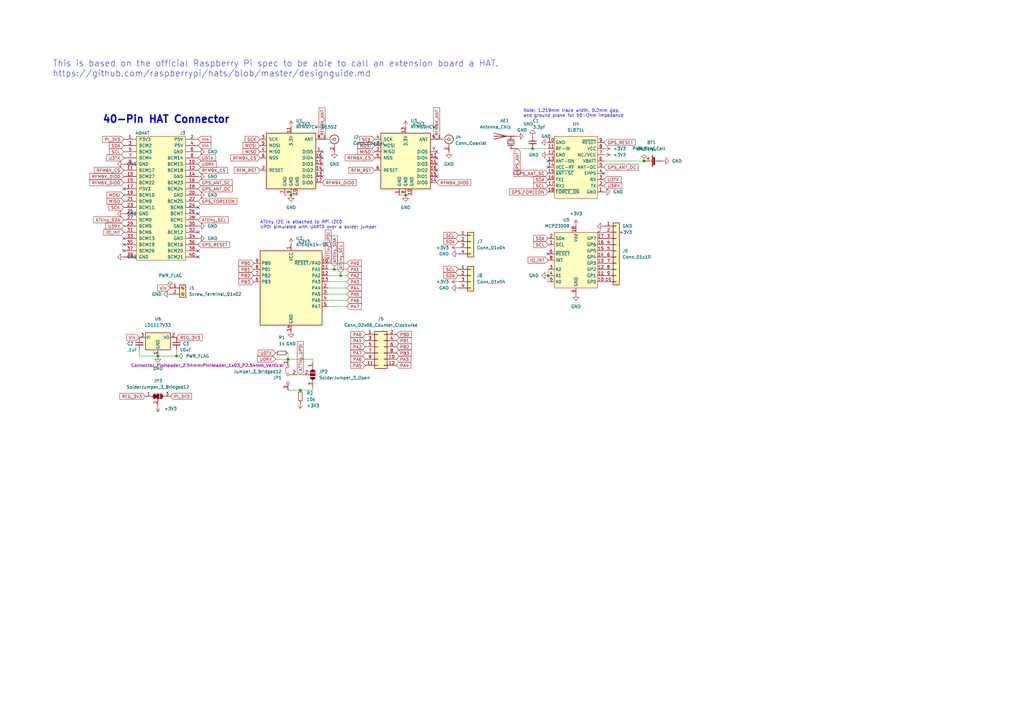
<source format=kicad_sch>
(kicad_sch (version 20211123) (generator eeschema)
  (paper "A3")
  (title_block (title "Raspberry Pi HAT") (rev "A"))
  (lib_symbols
    (symbol "Connector:Conn_Coaxial" (pin_names (offset 1.016) hide)
      (property "Reference" "J" (at 0.254 3.048 0))
      (property "Value" "Conn_Coaxial" (at 2.921 0 90))
      (symbol "Conn_Coaxial_0_1"
        (arc (start -1.778 -0.508) (mid 0.222 -1.808) (end 1.778 0) (stroke (width 0.254)))
        (polyline (pts (xy -2.54 0) (xy -0.508 0)))
        (polyline (pts (xy 0 -2.54) (xy 0 -1.778)))
        (circle (center 0 0) (radius 0.508) (stroke (width 0.2032)))
        (arc (start 1.778 0) (mid 0.222 1.8083) (end -1.778 0.508) (stroke (width 0.254)))
      )
      (symbol "Conn_Coaxial_1_1"
        (pin passive line (at -5.08 0 0) (length 2.54) (name "In") (number "1"))
        (pin passive line (at 0 -5.08 90) (length 2.54) (name "Ext") (number "2"))
      )
    )
    (symbol "Connector:Screw_Terminal_01x02" (pin_names (offset 1.016) hide)
      (property "Reference" "J" (at 0 2.54 0))
      (property "Value" "Screw_Terminal_01x02" (at 0 -5.08 0))
      (symbol "Screw_Terminal_01x02_1_1"
        (rectangle (start -1.27 1.27) (end 1.27 -3.81) (stroke (width 0.254)) (fill (type background)))
        (circle (center 0 -2.54) (radius 0.635) (stroke (width 0.1524)))
        (polyline (pts (xy -0.5334 -2.2098) (xy 0.3302 -3.048)) (stroke (width 0.1524)))
        (polyline (pts (xy -0.5334 0.3302) (xy 0.3302 -0.508)) (stroke (width 0.1524)))
        (polyline (pts (xy -0.3556 -2.032) (xy 0.508 -2.8702)) (stroke (width 0.1524)))
        (polyline (pts (xy -0.3556 0.508) (xy 0.508 -0.3302)) (stroke (width 0.1524)))
        (circle (center 0 0) (radius 0.635) (stroke (width 0.1524)))
        (pin passive line (at -5.08 0 0) (length 3.81) (name "Pin_1") (number "1"))
        (pin passive line (at -5.08 -2.54 0) (length 3.81) (name "Pin_2") (number "2"))
      )
    )
    (symbol "Connector_Generic:Conn_01x04" (pin_names (offset 1.016) hide)
      (property "Reference" "J" (at 0 5.08 0))
      (property "Value" "Conn_01x04" (at 0 -7.62 0))
      (symbol "Conn_01x04_1_1"
        (rectangle (start -1.27 -4.953) (end 0 -5.207) (stroke (width 0.1524)))
        (rectangle (start -1.27 -2.413) (end 0 -2.667) (stroke (width 0.1524)))
        (rectangle (start -1.27 0.127) (end 0 -0.127) (stroke (width 0.1524)))
        (rectangle (start -1.27 2.667) (end 0 2.413) (stroke (width 0.1524)))
        (rectangle (start -1.27 3.81) (end 1.27 -6.35) (stroke (width 0.254)) (fill (type background)))
        (pin passive line (at -5.08 2.54 0) (length 3.81) (name "Pin_1") (number "1"))
        (pin passive line (at -5.08 0 0) (length 3.81) (name "Pin_2") (number "2"))
        (pin passive line (at -5.08 -2.54 0) (length 3.81) (name "Pin_3") (number "3"))
        (pin passive line (at -5.08 -5.08 0) (length 3.81) (name "Pin_4") (number "4"))
      )
    )
    (symbol "Connector_Generic:Conn_01x10" (pin_names (offset 1.016) hide)
      (property "Reference" "J" (at 0 12.7 0))
      (property "Value" "Conn_01x10" (at 0 -15.24 0))
      (symbol "Conn_01x10_1_1"
        (rectangle (start -1.27 -12.573) (end 0 -12.827) (stroke (width 0.1524)))
        (rectangle (start -1.27 -10.033) (end 0 -10.287) (stroke (width 0.1524)))
        (rectangle (start -1.27 -7.493) (end 0 -7.747) (stroke (width 0.1524)))
        (rectangle (start -1.27 -4.953) (end 0 -5.207) (stroke (width 0.1524)))
        (rectangle (start -1.27 -2.413) (end 0 -2.667) (stroke (width 0.1524)))
        (rectangle (start -1.27 0.127) (end 0 -0.127) (stroke (width 0.1524)))
        (rectangle (start -1.27 2.667) (end 0 2.413) (stroke (width 0.1524)))
        (rectangle (start -1.27 5.207) (end 0 4.953) (stroke (width 0.1524)))
        (rectangle (start -1.27 7.747) (end 0 7.493) (stroke (width 0.1524)))
        (rectangle (start -1.27 10.287) (end 0 10.033) (stroke (width 0.1524)))
        (rectangle (start -1.27 11.43) (end 1.27 -13.97) (stroke (width 0.254)) (fill (type background)))
        (pin passive line (at -5.08 10.16 0) (length 3.81) (name "Pin_1") (number "1"))
        (pin passive line (at -5.08 -12.7 0) (length 3.81) (name "Pin_10") (number "10"))
        (pin passive line (at -5.08 7.62 0) (length 3.81) (name "Pin_2") (number "2"))
        (pin passive line (at -5.08 5.08 0) (length 3.81) (name "Pin_3") (number "3"))
        (pin passive line (at -5.08 2.54 0) (length 3.81) (name "Pin_4") (number "4"))
        (pin passive line (at -5.08 0 0) (length 3.81) (name "Pin_5") (number "5"))
        (pin passive line (at -5.08 -2.54 0) (length 3.81) (name "Pin_6") (number "6"))
        (pin passive line (at -5.08 -5.08 0) (length 3.81) (name "Pin_7") (number "7"))
        (pin passive line (at -5.08 -7.62 0) (length 3.81) (name "Pin_8") (number "8"))
        (pin passive line (at -5.08 -10.16 0) (length 3.81) (name "Pin_9") (number "9"))
      )
    )
    (symbol "Connector_Generic:Conn_02x06_Odd_Even" (pin_names (offset 1.016) hide)
      (property "Reference" "J" (at 1.27 7.62 0))
      (property "Value" "Conn_02x06_Odd_Even" (at 1.27 -10.16 0))
      (symbol "Conn_02x06_Odd_Even_1_1"
        (rectangle (start -1.27 -7.493) (end 0 -7.747) (stroke (width 0.1524)))
        (rectangle (start -1.27 -4.953) (end 0 -5.207) (stroke (width 0.1524)))
        (rectangle (start -1.27 -2.413) (end 0 -2.667) (stroke (width 0.1524)))
        (rectangle (start -1.27 0.127) (end 0 -0.127) (stroke (width 0.1524)))
        (rectangle (start -1.27 2.667) (end 0 2.413) (stroke (width 0.1524)))
        (rectangle (start -1.27 5.207) (end 0 4.953) (stroke (width 0.1524)))
        (rectangle (start -1.27 6.35) (end 3.81 -8.89) (stroke (width 0.254)) (fill (type background)))
        (rectangle (start 3.81 -7.493) (end 2.54 -7.747) (stroke (width 0.1524)))
        (rectangle (start 3.81 -4.953) (end 2.54 -5.207) (stroke (width 0.1524)))
        (rectangle (start 3.81 -2.413) (end 2.54 -2.667) (stroke (width 0.1524)))
        (rectangle (start 3.81 0.127) (end 2.54 -0.127) (stroke (width 0.1524)))
        (rectangle (start 3.81 2.667) (end 2.54 2.413) (stroke (width 0.1524)))
        (rectangle (start 3.81 5.207) (end 2.54 4.953) (stroke (width 0.1524)))
        (pin passive line (at -5.08 5.08 0) (length 3.81) (name "Pin_1") (number "1"))
        (pin passive line (at 7.62 -5.08 180) (length 3.81) (name "Pin_10") (number "10"))
        (pin passive line (at -5.08 -7.62 0) (length 3.81) (name "Pin_11") (number "11"))
        (pin passive line (at 7.62 -7.62 180) (length 3.81) (name "Pin_12") (number "12"))
        (pin passive line (at 7.62 5.08 180) (length 3.81) (name "Pin_2") (number "2"))
        (pin passive line (at -5.08 2.54 0) (length 3.81) (name "Pin_3") (number "3"))
        (pin passive line (at 7.62 2.54 180) (length 3.81) (name "Pin_4") (number "4"))
        (pin passive line (at -5.08 0 0) (length 3.81) (name "Pin_5") (number "5"))
        (pin passive line (at 7.62 0 180) (length 3.81) (name "Pin_6") (number "6"))
        (pin passive line (at -5.08 -2.54 0) (length 3.81) (name "Pin_7") (number "7"))
        (pin passive line (at 7.62 -2.54 180) (length 3.81) (name "Pin_8") (number "8"))
        (pin passive line (at -5.08 -5.08 0) (length 3.81) (name "Pin_9") (number "9"))
      )
    )
    (symbol "Device:Antenna_Chip" (pin_numbers hide) (pin_names (offset 1.016) hide)
      (property "Reference" "AE" (at 0 5.08 0))
      (property "Value" "Antenna_Chip" (at 0 3.175 0))
      (symbol "Antenna_Chip_0_1"
        (polyline (pts (xy -2.54 0) (xy -2.54 -0.635)) (stroke (width 0.254)))
        (polyline (pts (xy -2.54 0) (xy -1.27 0)) (stroke (width 0.254)))
        (polyline (pts (xy 1.27 0) (xy 2.54 0)) (stroke (width 0.254)))
        (polyline (pts (xy 1.27 1.27) (xy 1.27 -1.27)) (stroke (width 0.254)))
        (polyline (pts (xy 2.54 -0.635) (xy 2.54 0)))
        (polyline (pts (xy 2.54 6.985) (xy 2.54 -1.905)) (stroke (width 0.254)))
        (polyline (pts (xy -1.27 1.27) (xy -1.27 -1.27) (xy -1.27 0)) (stroke (width 0.254)))
        (polyline (pts (xy 3.81 6.985) (xy 2.54 1.905) (xy 1.27 6.985)) (stroke (width 0.254)))
        (polyline (pts (xy -0.635 1.27) (xy 0.635 1.27) (xy 0.635 -1.27) (xy -0.635 -1.27) (xy -0.635 1.27)) (stroke (width 0.254)))
      )
      (symbol "Antenna_Chip_1_1"
        (pin input line (at -2.54 -2.54 90) (length 2.54) (name "FEED") (number "1"))
        (pin passive line (at 2.54 -2.54 90) (length 2.54) (name "PCB_Trace") (number "2"))
      )
    )
    (symbol "Device:Battery_Cell" (pin_numbers hide) (pin_names (offset 0) hide)
      (property "Reference" "BT" (at 2.54 2.54 0))
      (property "Value" "Battery_Cell" (at 2.54 0 0))
      (symbol "Battery_Cell_0_1"
        (rectangle (start -2.286 1.778) (end 2.286 1.524) (fill (type outline)))
        (rectangle (start -1.5748 1.1938) (end 1.4732 0.6858) (fill (type outline)))
        (polyline (pts (xy 0 0.762) (xy 0 0)))
        (polyline (pts (xy 0 1.778) (xy 0 2.54)))
        (polyline (pts (xy 0.508 3.429) (xy 1.524 3.429)) (stroke (width 0.254)))
        (polyline (pts (xy 1.016 3.937) (xy 1.016 2.921)) (stroke (width 0.254)))
      )
      (symbol "Battery_Cell_1_1"
        (pin passive line (at 0 5.08 270) (length 2.54) (name "+") (number "1"))
        (pin passive line (at 0 -2.54 90) (length 2.54) (name "-") (number "2"))
      )
    )
    (symbol "Device:C_Small" (pin_numbers hide) (pin_names (offset 0.254) hide)
      (property "Reference" "C" (at 0.254 1.778 0))
      (property "Value" "C_Small" (at 0.254 -2.032 0))
      (symbol "C_Small_0_1"
        (polyline (pts (xy -1.524 -0.508) (xy 1.524 -0.508)) (stroke (width 0.3302)))
        (polyline (pts (xy -1.524 0.508) (xy 1.524 0.508)) (stroke (width 0.3048)))
      )
      (symbol "C_Small_1_1"
        (pin passive line (at 0 2.54 270) (length 2.032) (name "~") (number "1"))
        (pin passive line (at 0 -2.54 90) (length 2.032) (name "~") (number "2"))
      )
    )
    (symbol "Device:R_Small" (pin_numbers hide) (pin_names (offset 0.254) hide)
      (property "Reference" "R" (at 0.762 0.508 0))
      (property "Value" "R_Small" (at 0.762 -1.016 0))
      (symbol "R_Small_0_1"
        (rectangle (start -0.762 1.778) (end 0.762 -1.778) (stroke (width 0.2032)))
      )
      (symbol "R_Small_1_1"
        (pin passive line (at 0 2.54 270) (length 0.762) (name "~") (number "1"))
        (pin passive line (at 0 -2.54 90) (length 0.762) (name "~") (number "2"))
      )
    )
    (symbol "Jumper:Jumper_3_Bridged12" (pin_names (offset 0) hide)
      (property "Reference" "JP" (at -2.54 -2.54 0))
      (property "Value" "Jumper_3_Bridged12" (at 0 2.794 0))
      (symbol "Jumper_3_Bridged12_0_0"
        (circle (center -3.302 0) (radius 0.508))
        (circle (center 0 0) (radius 0.508))
        (circle (center 3.302 0) (radius 0.508))
      )
      (symbol "Jumper_3_Bridged12_0_1"
        (arc (start -0.254 0.508) (mid -1.651 0.9912) (end -3.048 0.508))
        (polyline (pts (xy 0 -1.27) (xy 0 -0.508)))
      )
      (symbol "Jumper_3_Bridged12_1_1"
        (pin passive line (at -6.35 0 0) (length 2.54) (name "A") (number "1"))
        (pin passive line (at 0 -3.81 90) (length 2.54) (name "C") (number "2"))
        (pin passive line (at 6.35 0 180) (length 2.54) (name "B") (number "3"))
      )
    )
    (symbol "Jumper:SolderJumper_3_Bridged12" (pin_names (offset 0) hide)
      (property "Reference" "JP" (at -2.54 -2.54 0))
      (property "Value" "SolderJumper_3_Bridged12" (at 0 2.794 0))
      (symbol "SolderJumper_3_Bridged12_0_1"
        (rectangle (start -1.016 0.508) (end -0.508 -0.508) (fill (type outline)))
        (arc (start -1.016 1.016) (mid -2.032 0) (end -1.016 -1.016))
        (arc (start -1.016 1.016) (mid -2.032 0) (end -1.016 -1.016) (fill (type outline)))
        (rectangle (start -0.508 1.016) (end 0.508 -1.016) (fill (type outline)))
        (polyline (pts (xy -2.54 0) (xy -2.032 0)))
        (polyline (pts (xy -1.016 1.016) (xy -1.016 -1.016)))
        (polyline (pts (xy 0 -1.27) (xy 0 -1.016)))
        (polyline (pts (xy 1.016 1.016) (xy 1.016 -1.016)))
        (polyline (pts (xy 2.54 0) (xy 2.032 0)))
        (arc (start 1.016 -1.016) (mid 2.032 0) (end 1.016 1.016))
        (arc (start 1.016 -1.016) (mid 2.032 0) (end 1.016 1.016) (fill (type outline)))
      )
      (symbol "SolderJumper_3_Bridged12_1_1"
        (pin passive line (at -5.08 0 0) (length 2.54) (name "A") (number "1"))
        (pin passive line (at 0 -3.81 90) (length 2.54) (name "C") (number "2"))
        (pin passive line (at 5.08 0 180) (length 2.54) (name "B") (number "3"))
      )
    )
    (symbol "Jumper:SolderJumper_3_Open" (pin_names (offset 0) hide)
      (property "Reference" "JP" (at -2.54 -2.54 0))
      (property "Value" "SolderJumper_3_Open" (at 0 2.794 0))
      (symbol "SolderJumper_3_Open_0_1"
        (arc (start -1.016 1.016) (mid -2.032 0) (end -1.016 -1.016))
        (arc (start -1.016 1.016) (mid -2.032 0) (end -1.016 -1.016) (fill (type outline)))
        (rectangle (start -0.508 1.016) (end 0.508 -1.016) (fill (type outline)))
        (polyline (pts (xy -2.54 0) (xy -2.032 0)))
        (polyline (pts (xy -1.016 1.016) (xy -1.016 -1.016)))
        (polyline (pts (xy 0 -1.27) (xy 0 -1.016)))
        (polyline (pts (xy 1.016 1.016) (xy 1.016 -1.016)))
        (polyline (pts (xy 2.54 0) (xy 2.032 0)))
        (arc (start 1.016 -1.016) (mid 2.032 0) (end 1.016 1.016))
        (arc (start 1.016 -1.016) (mid 2.032 0) (end 1.016 1.016) (fill (type outline)))
      )
      (symbol "SolderJumper_3_Open_1_1"
        (pin passive line (at -5.08 0 0) (length 2.54) (name "A") (number "1"))
        (pin passive line (at 0 -3.81 90) (length 2.54) (name "C") (number "2"))
        (pin passive line (at 5.08 0 180) (length 2.54) (name "B") (number "3"))
      )
    )
    (symbol "MCU_Microchip_ATtiny:ATtiny414-SS"
      (property "Reference" "U" (at -12.7 16.51 0))
      (property "Value" "ATtiny414-SS" (at 2.54 -16.51 0))
      (symbol "ATtiny414-SS_0_1"
        (rectangle (start -12.7 -15.24) (end 12.7 15.24) (stroke (width 0.254)) (fill (type background)))
      )
      (symbol "ATtiny414-SS_1_1"
        (pin power_in line (at 0 17.78 270) (length 2.54) (name "VCC") (number "1"))
        (pin bidirectional line (at 15.24 10.16 180) (length 2.54) (name "~{RESET}/PA0") (number "10"))
        (pin bidirectional line (at 15.24 7.62 180) (length 2.54) (name "PA1") (number "11"))
        (pin bidirectional line (at 15.24 5.08 180) (length 2.54) (name "PA2") (number "12"))
        (pin bidirectional line (at 15.24 2.54 180) (length 2.54) (name "PA3") (number "13"))
        (pin power_in line (at 0 -17.78 90) (length 2.54) (name "GND") (number "14"))
        (pin bidirectional line (at 15.24 0 180) (length 2.54) (name "PA4") (number "2"))
        (pin bidirectional line (at 15.24 -2.54 180) (length 2.54) (name "PA5") (number "3"))
        (pin bidirectional line (at 15.24 -5.08 180) (length 2.54) (name "PA6") (number "4"))
        (pin bidirectional line (at 15.24 -7.62 180) (length 2.54) (name "PA7") (number "5"))
        (pin bidirectional line (at -15.24 2.54 0) (length 2.54) (name "PB3") (number "6"))
        (pin bidirectional line (at -15.24 5.08 0) (length 2.54) (name "PB2") (number "7"))
        (pin bidirectional line (at -15.24 7.62 0) (length 2.54) (name "PB1") (number "8"))
        (pin bidirectional line (at -15.24 10.16 0) (length 2.54) (name "PB0") (number "9"))
      )
    )
    (symbol "RF_Module:RFM69HCW" (pin_names (offset 1.016))
      (property "Reference" "U" (at -10.414 11.684 0))
      (property "Value" "RFM69HCW" (at 1.524 11.43 0))
      (symbol "RFM69HCW_0_1"
        (rectangle (start -10.16 10.16) (end 10.16 -12.7) (stroke (width 0.254)) (fill (type background)))
      )
      (symbol "RFM69HCW_1_1"
        (pin power_in line (at -2.54 -15.24 90) (length 2.54) (name "GND") (number "1"))
        (pin power_in line (at 2.54 -15.24 90) (length 2.54) (name "GND") (number "10"))
        (pin bidirectional line (at 12.7 -2.54 180) (length 2.54) (name "DIO3") (number "11"))
        (pin bidirectional line (at 12.7 0 180) (length 2.54) (name "DIO4") (number "12"))
        (pin power_in line (at 0 12.7 270) (length 2.54) (name "3.3V") (number "13"))
        (pin bidirectional line (at 12.7 -10.16 180) (length 2.54) (name "DIO0") (number "14"))
        (pin bidirectional line (at 12.7 -7.62 180) (length 2.54) (name "DIO1") (number "15"))
        (pin bidirectional line (at 12.7 -5.08 180) (length 2.54) (name "DIO2") (number "16"))
        (pin output line (at -12.7 2.54 0) (length 2.54) (name "MISO") (number "2"))
        (pin input line (at -12.7 5.08 0) (length 2.54) (name "MOSI") (number "3"))
        (pin input line (at -12.7 7.62 0) (length 2.54) (name "SCK") (number "4"))
        (pin input line (at -12.7 0 0) (length 2.54) (name "NSS") (number "5"))
        (pin bidirectional line (at -12.7 -5.08 0) (length 2.54) (name "RESET") (number "6"))
        (pin bidirectional line (at 12.7 2.54 180) (length 2.54) (name "DIO5") (number "7"))
        (pin power_in line (at 0 -15.24 90) (length 2.54) (name "GND") (number "8"))
        (pin bidirectional line (at 12.7 7.62 180) (length 2.54) (name "ANT") (number "9"))
      )
    )
    (symbol "RocketTracker-SparkFun:LD1117V33" (pin_names (offset 0.254))
      (property "Reference" "U" (at -3.81 3.175 0))
      (property "Value" "LD1117V33" (at 0 3.175 0))
      (symbol "LD1117V33_0_1"
        (rectangle (start -5.08 1.905) (end 5.08 -5.08) (stroke (width 0.254)) (fill (type background)))
      )
      (symbol "LD1117V33_1_1"
        (pin input line (at 0 -7.62 90) (length 2.54) (name "GND") (number "1"))
        (pin power_out line (at 7.62 0 180) (length 2.54) (name "VO") (number "2"))
        (pin power_in line (at -7.62 0 0) (length 2.54) (name "VI") (number "3"))
      )
    )
    (symbol "RocketTracker_Symbols:RFM97CW-915S2" (pin_names (offset 1.016))
      (property "Reference" "U?" (at 2.0194 15.875 0))
      (property "Value" "RFM97CW-915S2" (at 2.0194 13.335 0))
      (symbol "RFM97CW-915S2_0_1"
        (rectangle (start -10.16 10.16) (end 10.16 -12.7) (stroke (width 0.254)) (fill (type background)))
      )
      (symbol "RFM97CW-915S2_1_1"
        (pin bidirectional line (at 12.7 2.54 180) (length 2.54) (name "DIO5") (number "1"))
        (pin power_in line (at 2.54 -15.24 90) (length 2.54) (name "GND") (number "10"))
        (pin power_in line (at 0 12.7 270) (length 2.54) (name "3.3V") (number "11"))
        (pin bidirectional line (at 12.7 -10.16 180) (length 2.54) (name "DIO0") (number "12"))
        (pin bidirectional line (at 12.7 -7.62 180) (length 2.54) (name "DIO1") (number "13"))
        (pin bidirectional line (at 12.7 -5.08 180) (length 2.54) (name "DIO2") (number "14"))
        (pin bidirectional line (at 12.7 -2.54 180) (length 2.54) (name "DIO3") (number "15"))
        (pin bidirectional line (at 12.7 0 180) (length 2.54) (name "DIO4") (number "16"))
        (pin bidirectional line (at -12.7 -5.08 0) (length 2.54) (name "RESET") (number "2"))
        (pin input line (at -12.7 7.62 0) (length 2.54) (name "SCK") (number "3"))
        (pin passive line (at -12.7 2.54 0) (length 2.54) (name "MISO") (number "4"))
        (pin input line (at -12.7 5.08 0) (length 2.54) (name "MOSI") (number "5"))
        (pin input line (at -12.7 0 0) (length 2.54) (name "NSS") (number "6"))
        (pin power_in line (at -2.54 -15.24 90) (length 2.54) (name "GND") (number "7"))
        (pin bidirectional line (at 12.7 7.62 180) (length 2.54) (name "ANT") (number "8"))
        (pin power_in line (at 0 -15.24 90) (length 2.54) (name "GND") (number "9"))
      )
    )
    (symbol "SL871:MCP23008"
      (property "Reference" "U" (at 0 0 0))
      (property "Value" "MCP23008" (at 0 0 0))
      (symbol "MCP23008_0_0"
        (pin no_connect line (at 2.54 -15.24 90) (length 2.54) hide (name "NC") (number "7"))
      )
      (symbol "MCP23008_0_1"
        (rectangle (start -8.89 10.16) (end 8.89 -12.7) (fill (type background)))
      )
      (symbol "MCP23008_1_1"
        (pin input line (at -11.43 5.08 0) (length 2.54) (name "SCL") (number "1"))
        (pin bidirectional line (at 11.43 -10.16 180) (length 2.54) (name "GP0") (number "10"))
        (pin bidirectional line (at 11.43 -7.62 180) (length 2.54) (name "GP1") (number "11"))
        (pin bidirectional line (at 11.43 -5.08 180) (length 2.54) (name "GP2") (number "12"))
        (pin bidirectional line (at 11.43 -2.54 180) (length 2.54) (name "GP3") (number "13"))
        (pin bidirectional line (at 11.43 0 180) (length 2.54) (name "GP4") (number "14"))
        (pin bidirectional line (at 11.43 2.54 180) (length 2.54) (name "GP5") (number "15"))
        (pin bidirectional line (at 11.43 5.08 180) (length 2.54) (name "GP6") (number "16"))
        (pin bidirectional line (at 11.43 7.62 180) (length 2.54) (name "GP7") (number "17"))
        (pin power_in line (at 0 12.7 270) (length 2.54) (name "Vdd") (number "18"))
        (pin bidirectional line (at -11.43 7.62 0) (length 2.54) (name "SDA") (number "2"))
        (pin input line (at -11.43 -5.08 0) (length 2.54) (name "A2") (number "3"))
        (pin input line (at -11.43 -7.62 0) (length 2.54) (name "A1") (number "4"))
        (pin input line (at -11.43 -10.16 0) (length 2.54) (name "A0") (number "5"))
        (pin input line (at -11.43 1.27 0) (length 2.54) (name "~{RESET}") (number "6"))
        (pin output line (at -11.43 -1.27 0) (length 2.54) (name "INT") (number "8"))
        (pin power_in line (at 0 -15.24 90) (length 2.54) (name "GND") (number "9"))
      )
    )
    (symbol "SL871:OX40HAT" (pin_names (offset 1.016))
      (property "Reference" "J3" (at 8.89 2.54 0))
      (property "Value" "40HAT" (at -7.62 2.54 0))
      (symbol "OX40HAT_0_1"
        (rectangle (start -10.16 1.27) (end 10.16 -49.53) (fill (type background)))
      )
      (symbol "OX40HAT_1_1"
        (pin power_out line (at -15.24 0 0) (length 5.08) (name "P3V3") (number "1"))
        (pin bidirectional line (at 15.24 -10.16 180) (length 5.08) (name "BCM15") (number "10"))
        (pin bidirectional line (at -15.24 -12.7 0) (length 5.08) (name "BCM17") (number "11"))
        (pin bidirectional line (at 15.24 -12.7 180) (length 5.08) (name "BCM18") (number "12"))
        (pin bidirectional line (at -15.24 -15.24 0) (length 5.08) (name "BCM27") (number "13"))
        (pin passive line (at 15.24 -15.24 180) (length 5.08) (name "GND") (number "14"))
        (pin bidirectional line (at -15.24 -17.78 0) (length 5.08) (name "BCM22") (number "15"))
        (pin bidirectional line (at 15.24 -17.78 180) (length 5.08) (name "BCM23") (number "16"))
        (pin power_out line (at -15.24 -20.32 0) (length 5.08) (name "P3V3") (number "17"))
        (pin bidirectional line (at 15.24 -20.32 180) (length 5.08) (name "BCM24") (number "18"))
        (pin output line (at -15.24 -22.86 0) (length 5.08) (name "BCM10") (number "19"))
        (pin power_in line (at 15.24 0 180) (length 5.08) (name "P5V") (number "2"))
        (pin passive line (at 15.24 -22.86 180) (length 5.08) (name "GND") (number "20"))
        (pin input line (at -15.24 -25.4 0) (length 5.08) (name "BCM9") (number "21"))
        (pin bidirectional line (at 15.24 -25.4 180) (length 5.08) (name "BCM25") (number "22"))
        (pin bidirectional line (at -15.24 -27.94 0) (length 5.08) (name "BCM11") (number "23"))
        (pin bidirectional line (at 15.24 -27.94 180) (length 5.08) (name "BCM8") (number "24"))
        (pin passive line (at -15.24 -30.48 0) (length 5.08) (name "GND") (number "25"))
        (pin bidirectional line (at 15.24 -30.48 180) (length 5.08) (name "BCM7") (number "26"))
        (pin bidirectional line (at -15.24 -33.02 0) (length 5.08) (name "BCM0") (number "27"))
        (pin bidirectional line (at 15.24 -33.02 180) (length 5.08) (name "BCM1") (number "28"))
        (pin bidirectional line (at -15.24 -35.56 0) (length 5.08) (name "BCM5") (number "29"))
        (pin bidirectional line (at -15.24 -2.54 0) (length 5.08) (name "BCM2") (number "3"))
        (pin passive line (at 15.24 -35.56 180) (length 5.08) (name "GND") (number "30"))
        (pin bidirectional line (at -15.24 -38.1 0) (length 5.08) (name "BCM6") (number "31"))
        (pin bidirectional line (at 15.24 -38.1 180) (length 5.08) (name "BCM12") (number "32"))
        (pin bidirectional line (at -15.24 -40.64 0) (length 5.08) (name "BCM13") (number "33"))
        (pin passive line (at 15.24 -40.64 180) (length 5.08) (name "GND") (number "34"))
        (pin bidirectional line (at -15.24 -43.18 0) (length 5.08) (name "BCM19") (number "35"))
        (pin bidirectional line (at 15.24 -43.18 180) (length 5.08) (name "BCM16") (number "36"))
        (pin bidirectional line (at -15.24 -45.72 0) (length 5.08) (name "BCM26") (number "37"))
        (pin bidirectional line (at 15.24 -45.72 180) (length 5.08) (name "BCM20") (number "38"))
        (pin passive line (at -15.24 -48.26 0) (length 5.08) (name "GND") (number "39"))
        (pin power_in line (at 15.24 -2.54 180) (length 5.08) (name "P5V") (number "4"))
        (pin bidirectional line (at 15.24 -48.26 180) (length 5.08) (name "BCM21") (number "40"))
        (pin bidirectional line (at -15.24 -5.08 0) (length 5.08) (name "BCM3") (number "5"))
        (pin passive line (at 15.24 -5.08 180) (length 5.08) (name "GND") (number "6"))
        (pin bidirectional line (at -15.24 -7.62 0) (length 5.08) (name "BCM4") (number "7"))
        (pin bidirectional line (at 15.24 -7.62 180) (length 5.08) (name "BCM14") (number "8"))
        (pin passive line (at -15.24 -10.16 0) (length 5.08) (name "GND") (number "9"))
      )
    )
    (symbol "SL871:SL871L"
      (property "Reference" "U4" (at 0 17.78 0))
      (property "Value" "SL871L" (at 0 15.24 0))
      (symbol "SL871L_0_1"
        (rectangle (start -8.89 12.7) (end 8.89 -12.7) (fill (type background)))
      )
      (symbol "SL871L_1_1"
        (pin power_in line (at 11.43 -10.16 180) (length 2.54) (name "GND") (number "1"))
        (pin power_in line (at -11.43 10.16 0) (length 2.54) (name "GND") (number "10"))
        (pin passive line (at -11.43 7.62 0) (length 2.54) (name "RF-IN") (number "11"))
        (pin power_in line (at -11.43 5.08 0) (length 2.54) (name "GND") (number "12"))
        (pin output line (at -11.43 2.54 0) (length 2.54) (name "ANT-ON") (number "13"))
        (pin power_in line (at -11.43 0 0) (length 2.54) (name "VCC-RF") (number "14"))
        (pin input line (at -11.43 -2.54 0) (length 2.54) (name "~{ANT-SC}") (number "15"))
        (pin output line (at -11.43 -5.08 0) (length 2.54) (name "TX1") (number "16"))
        (pin input line (at -11.43 -7.62 0) (length 2.54) (name "RX1") (number "17"))
        (pin output line (at -11.43 -10.16 0) (length 2.54) (name "~{FORCE_ON}") (number "18"))
        (pin output line (at 11.43 -7.62 180) (length 2.54) (name "TX") (number "2"))
        (pin input line (at 11.43 -5.08 180) (length 2.54) (name "RX") (number "3"))
        (pin output line (at 11.43 -2.54 180) (length 2.54) (name "1PPS") (number "4"))
        (pin input line (at 11.43 0 180) (length 2.54) (name "ANT-OC") (number "5"))
        (pin power_in line (at 11.43 2.54 180) (length 2.54) (name "VBATT") (number "6"))
        (pin power_in line (at 11.43 5.08 180) (length 2.54) (name "NC/VCC") (number "7"))
        (pin power_in line (at 11.43 7.62 180) (length 2.54) (name "VCC") (number "8"))
        (pin input line (at 11.43 10.16 180) (length 2.54) (name "~{RESET}") (number "9"))
      )
    )
    (symbol "power:+3.3V" (power) (pin_names (offset 0))
      (property "Value" "+3.3V" (at 0 3.556 0))
      (symbol "+3.3V_0_1"
        (polyline (pts (xy -0.762 1.27) (xy 0 2.54)))
        (polyline (pts (xy 0 0) (xy 0 2.54)))
        (polyline (pts (xy 0 2.54) (xy 0.762 1.27)))
      )
      (symbol "+3.3V_1_1"
        (pin power_in line (at 0 0 90) (length 0) hide (name "+3V3") (number "1"))
      )
    )
    (symbol "power:GND" (power) (pin_names (offset 0))
      (property "Value" "GND" (at 0 -3.81 0))
      (symbol "GND_0_1"
        (polyline (pts (xy 0 0) (xy 0 -1.27) (xy 1.27 -1.27) (xy 0 -2.54) (xy -1.27 -1.27) (xy 0 -1.27)))
      )
      (symbol "GND_1_1"
        (pin power_in line (at 0 0 270) (length 0) hide (name "GND") (number "1"))
      )
    )
    (symbol "power:PWR_FLAG" (power) (pin_numbers hide) (pin_names (offset 0) hide)
      (property "Value" "PWR_FLAG" (at 0 3.81 0))
      (symbol "PWR_FLAG_0_0"
        (pin power_out line (at 0 0 90) (length 0) (name "pwr") (number "1"))
      )
      (symbol "PWR_FLAG_0_1"
        (polyline (pts (xy 0 0) (xy 0 1.27) (xy -1.016 1.905) (xy 0 2.54) (xy 1.016 1.905) (xy 0 1.27)))
      )
    )
  )
  (junction (at 72.39 146.05))
  (junction (at 139.7 113.03))
  (junction (at 166.37 80.01))
  (junction (at 218.44 60.96))
  (junction (at 264.16 66.04))
  (junction (at 118.11 147.32))
  (junction (at 224.79 113.03))
  (junction (at 119.38 80.01))
  (junction (at 123.19 160.02))
  (junction (at 137.16 110.49))
  (junction (at 64.77 146.05))
  (no_connect (at 132.08 69.85))
  (no_connect (at 224.79 66.04))
  (no_connect (at 81.28 87.63))
  (no_connect (at 81.28 105.41))
  (no_connect (at 81.28 102.87))
  (no_connect (at 179.07 72.39))
  (no_connect (at 179.07 64.77))
  (no_connect (at 132.08 64.77))
  (no_connect (at 179.07 67.31))
  (no_connect (at 179.07 69.85))
  (no_connect (at 50.8 77.47))
  (no_connect (at 247.65 71.12))
  (no_connect (at 132.08 67.31))
  (no_connect (at 50.8 100.33))
  (no_connect (at 81.28 85.09))
  (no_connect (at 179.07 62.23))
  (no_connect (at 132.08 72.39))
  (no_connect (at 81.28 95.25))
  (no_connect (at 224.79 104.14))
  (no_connect (at 50.8 97.79))
  (no_connect (at 50.8 102.87))
  (no_connect (at 132.08 62.23))
  (no_connect (at 224.79 68.58))
  (wire (pts (xy 128.27 147.32) (xy 118.11 147.32)))
  (wire (pts (xy 123.19 160.02) (xy 128.27 160.02)))
  (wire (pts (xy 134.62 120.65) (xy 142.24 120.65)))
  (wire (pts (xy 218.44 60.96) (xy 224.79 60.96)))
  (wire (pts (xy 116.84 80.01) (xy 119.38 80.01)))
  (wire (pts (xy 57.15 146.05) (xy 57.15 143.51)))
  (wire (pts (xy 224.79 110.49) (xy 224.79 113.03)))
  (wire (pts (xy 113.03 147.32) (xy 118.11 147.32)))
  (wire (pts (xy 72.39 146.05) (xy 72.39 143.51)))
  (wire (pts (xy 64.77 146.05) (xy 57.15 146.05)))
  (wire (pts (xy 139.7 111.76) (xy 139.7 113.03)))
  (wire (pts (xy 139.7 113.03) (xy 134.62 113.03)))
  (wire (pts (xy 118.11 144.78) (xy 118.11 147.32)))
  (wire (pts (xy 134.62 118.11) (xy 142.24 118.11)))
  (wire (pts (xy 134.62 107.95) (xy 142.24 107.95)))
  (wire (pts (xy 119.38 80.01) (xy 121.92 80.01)))
  (wire (pts (xy 123.19 160.02) (xy 118.11 160.02)))
  (wire (pts (xy 134.62 123.19) (xy 142.24 123.19)))
  (wire (pts (xy 212.09 60.96) (xy 218.44 60.96)))
  (wire (pts (xy 134.62 115.57) (xy 142.24 115.57)))
  (wire (pts (xy 128.27 148.59) (xy 128.27 147.32)))
  (wire (pts (xy 247.65 66.04) (xy 264.16 66.04)))
  (wire (pts (xy 134.62 125.73) (xy 142.24 125.73)))
  (wire (pts (xy 128.27 158.75) (xy 128.27 160.02)))
  (wire (pts (xy 137.16 110.49) (xy 142.24 110.49)))
  (wire (pts (xy 137.16 109.22) (xy 137.16 110.49)))
  (wire (pts (xy 121.92 153.67) (xy 124.46 153.67)))
  (wire (pts (xy 134.62 110.49) (xy 137.16 110.49)))
  (wire (pts (xy 163.83 80.01) (xy 166.37 80.01)))
  (wire (pts (xy 166.37 80.01) (xy 168.91 80.01)))
  (wire (pts (xy 224.79 113.03) (xy 224.79 115.57)))
  (wire (pts (xy 64.77 146.05) (xy 72.39 146.05)))
  (wire (pts (xy 139.7 113.03) (xy 142.24 113.03)))
  (text "This is based on the official Raspberry Pi spec to be able to call an extension board a HAT.\nhttps://github.com/raspberrypi/hats/blob/master/designguide.md" (at 21.59 31.75 0) (effects (font (size 2.54 2.54)) (justify left bottom)))
  (text "40-Pin HAT Connector" (at 41.91 50.8 0) (effects (font (size 2.9972 2.9972) (thickness 0.5994) bold) (justify left bottom)))
  (text "Note: 1.219mm trace width, 0.2mm gap, \nand ground plane for 50-Ohm impedance" (at 214.63 48.26 0) (effects (font (size 1.27 1.27)) (justify left bottom)))
  (text "ATtiny I2C is attached to RPi I2C0\nUPDI simulated with UART0 over a solder jumper" (at 106.68 93.98 0) (effects (font (size 1.27 1.27)) (justify left bottom)))
  (global_label "ATtiny_SCL" (shape input) (at 139.7 111.76 90) (property "Intersheet References" "${INTERSHEET_REFS}" (effects hide)))
  (global_label "RFM6X_ANT" (shape input) (at 179.07 57.15 90) (property "Intersheet References" "${INTERSHEET_REFS}" (effects hide)))
  (global_label "PA3" (shape input) (at 162.56 147.32 0) (property "Intersheet References" "${INTERSHEET_REFS}" (effects hide)))
  (global_label "SDA" (shape input) (at 50.8 59.69 180) (property "Intersheet References" "${INTERSHEET_REFS}" (effects hide)))
  (global_label "RFM6X_DIO0" (shape input) (at 179.07 74.93 0) (property "Intersheet References" "${INTERSHEET_REFS}" (effects hide)))
  (global_label "PB1" (shape input) (at 162.56 139.7 0) (property "Intersheet References" "${INTERSHEET_REFS}" (effects hide)))
  (global_label "ATTiny_UPDI" (shape input) (at 123.19 153.67 90) (property "Intersheet References" "${INTERSHEET_REFS}" (effects hide)))
  (global_label "U3TX" (shape input) (at 50.8 64.77 180) (property "Intersheet References" "${INTERSHEET_REFS}" (effects hide)))
  (global_label "GPS_RESET" (shape input) (at 81.28 100.33 0) (property "Intersheet References" "${INTERSHEET_REFS}" (effects hide)))
  (global_label "PB1" (shape input) (at 104.14 110.49 180) (property "Intersheet References" "${INTERSHEET_REFS}" (effects hide)))
  (global_label "PA0" (shape input) (at 149.86 137.16 180) (property "Intersheet References" "${INTERSHEET_REFS}" (effects hide)))
  (global_label "REG_3V3" (shape input) (at 59.69 162.56 180) (property "Intersheet References" "${INTERSHEET_REFS}" (effects hide)))
  (global_label "Vin" (shape input) (at 81.28 57.15 0) (property "Intersheet References" "${INTERSHEET_REFS}" (effects hide)))
  (global_label "GPS_ANT_OC" (shape input) (at 81.28 77.47 0) (property "Intersheet References" "${INTERSHEET_REFS}" (effects hide)))
  (global_label "U0TX" (shape input) (at 113.03 144.78 180) (property "Intersheet References" "${INTERSHEET_REFS}" (effects hide)))
  (global_label "RFM_RST" (shape input) (at 153.67 69.85 180) (property "Intersheet References" "${INTERSHEET_REFS}" (effects hide)))
  (global_label "PA4" (shape input) (at 142.24 118.11 0) (property "Intersheet References" "${INTERSHEET_REFS}" (effects hide)))
  (global_label "PB0" (shape input) (at 104.14 107.95 180) (property "Intersheet References" "${INTERSHEET_REFS}" (effects hide)))
  (global_label "MOSI" (shape input) (at 153.67 59.69 180) (property "Intersheet References" "${INTERSHEET_REFS}" (effects hide)))
  (global_label "GPS_ANT" (shape input) (at 212.09 60.96 270) (property "Intersheet References" "${INTERSHEET_REFS}" (effects hide)))
  (global_label "IO_INT" (shape input) (at 50.8 95.25 180) (property "Intersheet References" "${INTERSHEET_REFS}" (effects hide)))
  (global_label "ATtiny_SCL" (shape input) (at 81.28 90.17 0) (property "Intersheet References" "${INTERSHEET_REFS}" (effects hide)))
  (global_label "PA5" (shape input) (at 142.24 120.65 0) (property "Intersheet References" "${INTERSHEET_REFS}" (effects hide)))
  (global_label "RFM9X_CS" (shape input) (at 106.68 64.77 180) (property "Intersheet References" "${INTERSHEET_REFS}" (effects hide)))
  (global_label "PB2" (shape input) (at 104.14 113.03 180) (property "Intersheet References" "${INTERSHEET_REFS}" (effects hide)))
  (global_label "MOSI" (shape input) (at 106.68 59.69 180) (property "Intersheet References" "${INTERSHEET_REFS}" (effects hide)))
  (global_label "SCK" (shape input) (at 153.67 57.15 180) (property "Intersheet References" "${INTERSHEET_REFS}" (effects hide)))
  (global_label "PA7" (shape input) (at 142.24 125.73 0) (property "Intersheet References" "${INTERSHEET_REFS}" (effects hide)))
  (global_label "SCK" (shape input) (at 50.8 85.09 180) (property "Intersheet References" "${INTERSHEET_REFS}" (effects hide)))
  (global_label "Vin" (shape input) (at 81.28 59.69 0) (property "Intersheet References" "${INTERSHEET_REFS}" (effects hide)))
  (global_label "RFM9X_CS" (shape input) (at 81.28 69.85 0) (property "Intersheet References" "${INTERSHEET_REFS}" (effects hide)))
  (global_label "U0RX" (shape input) (at 81.28 67.31 0) (property "Intersheet References" "${INTERSHEET_REFS}" (effects hide)))
  (global_label "SCL" (shape input) (at 224.79 76.2 180) (property "Intersheet References" "${INTERSHEET_REFS}" (effects hide)))
  (global_label "RFM9X_ANT" (shape input) (at 132.08 57.15 90) (property "Intersheet References" "${INTERSHEET_REFS}" (effects hide)))
  (global_label "PA1" (shape input) (at 149.86 139.7 180) (property "Intersheet References" "${INTERSHEET_REFS}" (effects hide)))
  (global_label "GPS_FORCEON" (shape input) (at 224.79 78.74 180) (property "Intersheet References" "${INTERSHEET_REFS}" (effects hide)))
  (global_label "PA6" (shape input) (at 142.24 123.19 0) (property "Intersheet References" "${INTERSHEET_REFS}" (effects hide)))
  (global_label "MISO" (shape input) (at 106.68 62.23 180) (property "Intersheet References" "${INTERSHEET_REFS}" (effects hide)))
  (global_label "SCL" (shape input) (at 187.96 110.49 180) (property "Intersheet References" "${INTERSHEET_REFS}" (effects hide)))
  (global_label "PA7" (shape input) (at 149.86 144.78 180) (property "Intersheet References" "${INTERSHEET_REFS}" (effects hide)))
  (global_label "GPS_ANT_OC" (shape input) (at 247.65 68.58 0) (property "Intersheet References" "${INTERSHEET_REFS}" (effects hide)))
  (global_label "REG_3V3" (shape input) (at 72.39 138.43 0) (property "Intersheet References" "${INTERSHEET_REFS}" (effects hide)))
  (global_label "SDA" (shape input) (at 224.79 73.66 180) (property "Intersheet References" "${INTERSHEET_REFS}" (effects hide)))
  (global_label "RFM6X_CS" (shape input) (at 50.8 69.85 180) (property "Intersheet References" "${INTERSHEET_REFS}" (effects hide)))
  (global_label "PB2" (shape input) (at 162.56 142.24 0) (property "Intersheet References" "${INTERSHEET_REFS}" (effects hide)))
  (global_label "PI_3V3" (shape input) (at 50.8 57.15 180) (property "Intersheet References" "${INTERSHEET_REFS}" (effects hide)))
  (global_label "PB3" (shape input) (at 162.56 144.78 0) (property "Intersheet References" "${INTERSHEET_REFS}" (effects hide)))
  (global_label "SCK" (shape input) (at 106.68 57.15 180) (property "Intersheet References" "${INTERSHEET_REFS}" (effects hide)))
  (global_label "PI_3V3" (shape input) (at 69.85 162.56 0) (property "Intersheet References" "${INTERSHEET_REFS}" (effects hide)))
  (global_label "RFM9X_DIO0" (shape input) (at 132.08 74.93 0) (property "Intersheet References" "${INTERSHEET_REFS}" (effects hide)))
  (global_label "ATtiny_SDA" (shape input) (at 137.16 109.22 90) (property "Intersheet References" "${INTERSHEET_REFS}" (effects hide)))
  (global_label "SDA" (shape input) (at 187.96 99.06 180) (property "Intersheet References" "${INTERSHEET_REFS}" (effects hide)))
  (global_label "PA5" (shape input) (at 149.86 149.86 180) (property "Intersheet References" "${INTERSHEET_REFS}" (effects hide)))
  (global_label "ATTiny_UPDI" (shape input) (at 134.62 107.95 90) (property "Intersheet References" "${INTERSHEET_REFS}" (effects hide)))
  (global_label "RFM_RST" (shape input) (at 106.68 69.85 180) (property "Intersheet References" "${INTERSHEET_REFS}" (effects hide)))
  (global_label "U0TX" (shape input) (at 81.28 64.77 0) (property "Intersheet References" "${INTERSHEET_REFS}" (effects hide)))
  (global_label "U0RX" (shape input) (at 113.03 147.32 180) (property "Intersheet References" "${INTERSHEET_REFS}" (effects hide)))
  (global_label "PA6" (shape input) (at 149.86 147.32 180) (property "Intersheet References" "${INTERSHEET_REFS}" (effects hide)))
  (global_label "PA1" (shape input) (at 142.24 110.49 0) (property "Intersheet References" "${INTERSHEET_REFS}" (effects hide)))
  (global_label "U3RX" (shape input) (at 50.8 92.71 180) (property "Intersheet References" "${INTERSHEET_REFS}" (effects hide)))
  (global_label "SCL" (shape input) (at 224.79 100.33 180) (property "Intersheet References" "${INTERSHEET_REFS}" (effects hide)))
  (global_label "SCL" (shape input) (at 50.8 62.23 180) (property "Intersheet References" "${INTERSHEET_REFS}" (effects hide)))
  (global_label "PA3" (shape input) (at 142.24 115.57 0) (property "Intersheet References" "${INTERSHEET_REFS}" (effects hide)))
  (global_label "Vin" (shape input) (at 57.15 138.43 180) (property "Intersheet References" "${INTERSHEET_REFS}" (effects hide)))
  (global_label "PA2" (shape input) (at 149.86 142.24 180) (property "Intersheet References" "${INTERSHEET_REFS}" (effects hide)))
  (global_label "GPS_RESET" (shape input) (at 247.65 58.42 0) (property "Intersheet References" "${INTERSHEET_REFS}" (effects hide)))
  (global_label "SCL" (shape input) (at 187.96 96.52 180) (property "Intersheet References" "${INTERSHEET_REFS}" (effects hide)))
  (global_label "PA4" (shape input) (at 162.56 149.86 0) (property "Intersheet References" "${INTERSHEET_REFS}" (effects hide)))
  (global_label "RFM6X_DIO0" (shape input) (at 50.8 74.93 180) (property "Intersheet References" "${INTERSHEET_REFS}" (effects hide)))
  (global_label "RFM9X_DIO0" (shape input) (at 50.8 72.39 180) (property "Intersheet References" "${INTERSHEET_REFS}" (effects hide)))
  (global_label "PB0" (shape input) (at 162.56 137.16 0) (property "Intersheet References" "${INTERSHEET_REFS}" (effects hide)))
  (global_label "ATtiny_SDA" (shape input) (at 50.8 90.17 180) (property "Intersheet References" "${INTERSHEET_REFS}" (effects hide)))
  (global_label "GPS_FORCEON" (shape input) (at 81.28 82.55 0) (property "Intersheet References" "${INTERSHEET_REFS}" (effects hide)))
  (global_label "MISO" (shape input) (at 50.8 82.55 180) (property "Intersheet References" "${INTERSHEET_REFS}" (effects hide)))
  (global_label "SDA" (shape input) (at 224.79 97.79 180) (property "Intersheet References" "${INTERSHEET_REFS}" (effects hide)))
  (global_label "PB3" (shape input) (at 104.14 115.57 180) (property "Intersheet References" "${INTERSHEET_REFS}" (effects hide)))
  (global_label "GPS_ANT_SC" (shape input) (at 224.79 71.12 180) (property "Intersheet References" "${INTERSHEET_REFS}" (effects hide)))
  (global_label "RFM6X_CS" (shape input) (at 153.67 64.77 180) (property "Intersheet References" "${INTERSHEET_REFS}" (effects hide)))
  (global_label "Vin" (shape input) (at 69.85 118.11 180) (property "Intersheet References" "${INTERSHEET_REFS}" (effects hide)))
  (global_label "IO_INT" (shape input) (at 224.79 106.68 180) (property "Intersheet References" "${INTERSHEET_REFS}" (effects hide)))
  (global_label "U3RX" (shape input) (at 247.65 76.2 0) (property "Intersheet References" "${INTERSHEET_REFS}" (effects hide)))
  (global_label "GPS_ANT_SC" (shape input) (at 81.28 74.93 0) (property "Intersheet References" "${INTERSHEET_REFS}" (effects hide)))
  (global_label "PA0" (shape input) (at 142.24 107.95 0) (property "Intersheet References" "${INTERSHEET_REFS}" (effects hide)))
  (global_label "U3TX" (shape input) (at 247.65 73.66 0) (property "Intersheet References" "${INTERSHEET_REFS}" (effects hide)))
  (global_label "SDA" (shape input) (at 187.96 113.03 180) (property "Intersheet References" "${INTERSHEET_REFS}" (effects hide)))
  (global_label "MISO" (shape input) (at 153.67 62.23 180) (property "Intersheet References" "${INTERSHEET_REFS}" (effects hide)))
  (global_label "MOSI" (shape input) (at 50.8 80.01 180) (property "Intersheet References" "${INTERSHEET_REFS}" (effects hide)))
  (global_label "PA2" (shape input) (at 142.24 113.03 0) (property "Intersheet References" "${INTERSHEET_REFS}" (effects hide)))
  (symbol (lib_id "SL871:OX40HAT") (at 66.04 57.15 0) (unit 1)
    (property "Reference" "J3" (at 74.93 54.61 0))
    (property "Value" "40HAT" (at 58.42 54.61 0))
    (property "Footprint" "Connector_PinSocket_2.54mm:PinSocket_2x20_P2.54mm_Vertical" (effects hide))
  )
  (symbol (lib_id "Device:C_Small") (at 218.44 58.42 0) (unit 1)
    (property "Reference" "C1" (at 218.44 49.53 0) (effects (justify left)))
    (property "Value" "3.3pF" (at 218.44 52.07 0) (effects (justify left)))
    (property "Footprint" "Capacitor_SMD:C_0402_1005Metric_Pad0.74x0.62mm_HandSolder" (effects hide))
  )
  (symbol (lib_id "power:GND") (at 247.65 78.74 90) (unit 1)
    (property "Reference" "#PWR0122" (effects hide))
    (property "Value" "GND" (at 251.46 78.7399 90) (effects (justify right)))
  )
  (symbol (lib_id "Connector_Generic:Conn_01x04") (at 193.04 99.06 0) (unit 1)
    (property "Reference" "J7" (at 195.58 99.0599 0) (effects (justify left)))
    (property "Value" "Conn_01x04" (at 195.58 101.5999 0) (effects (justify left)))
    (property "Footprint" "Parts:Connector_Qwiic_Vertical" (effects hide))
  )
  (symbol (lib_id "power:+3.3V") (at 247.65 63.5 270) (unit 1)
    (property "Reference" "#PWR0121" (effects hide))
    (property "Value" "+3.3V" (at 251.46 63.4999 90) (effects (justify left)))
  )
  (symbol (lib_id "power:GND") (at 224.79 113.03 270) (unit 1)
    (property "Reference" "#PWR0136" (effects hide))
    (property "Value" "GND" (at 220.98 113.0299 90) (effects (justify right)))
  )
  (symbol (lib_id "power:PWR_FLAG") (at 264.16 66.04 0) (unit 1)
    (property "Reference" "#FLG0104" (effects hide))
    (property "Value" "PWR_FLAG" (at 264.16 60.96 0))
  )
  (symbol (lib_id "power:GND") (at 224.79 63.5 270) (unit 1)
    (property "Reference" "#PWR0118" (effects hide))
    (property "Value" "GND" (at 220.98 63.4999 90) (effects (justify right)))
  )
  (symbol (lib_id "Connector_Generic:Conn_01x04") (at 193.04 113.03 0) (unit 1)
    (property "Reference" "J8" (at 195.58 113.0299 0) (effects (justify left)))
    (property "Value" "Conn_01x04" (at 195.58 115.5699 0) (effects (justify left)))
    (property "Footprint" "Parts:Connector_Qwiic_Vertical" (effects hide))
  )
  (symbol (lib_id "Device:R_Small") (at 123.19 162.56 0) (unit 1)
    (property "Reference" "R2" (at 125.73 161.2899 0) (effects (justify left)))
    (property "Value" "10k" (at 125.73 163.8299 0) (effects (justify left)))
    (property "Footprint" "Resistor_SMD:R_0603_1608Metric_Pad0.98x0.95mm_HandSolder" (effects hide))
  )
  (symbol (lib_id "power:GND") (at 119.38 80.01 0) (unit 1)
    (property "Reference" "#PWR0107" (effects hide))
    (property "Value" "GND" (at 119.38 85.09 0))
  )
  (symbol (lib_id "MCU_Microchip_ATtiny:ATtiny414-SS") (at 119.38 118.11 0) (unit 1)
    (property "Reference" "U2" (at 121.3994 97.79 0) (effects (justify left)))
    (property "Value" "ATtiny414-SS" (at 121.3994 100.33 0) (effects (justify left)))
    (property "Footprint" "Package_SO:SOIC-14_3.9x8.7mm_P1.27mm" (effects hide))
    (property "Datasheet" "http://ww1.microchip.com/downloads/en/DeviceDoc/40001912A.pdf" (effects hide))
  )
  (symbol (lib_id "power:+3.3V") (at 166.37 52.07 0) (unit 1)
    (property "Reference" "#PWR0111" (effects hide))
    (property "Value" "+3.3V" (at 168.91 50.7999 0) (effects (justify left)))
  )
  (symbol (lib_id "power:GND") (at 81.28 62.23 90) (unit 1)
    (property "Reference" "#PWR0124" (effects hide))
    (property "Value" "GND" (at 85.09 62.2299 90) (effects (justify right)))
  )
  (symbol (lib_id "power:GND") (at 218.44 55.88 180) (unit 1)
    (property "Reference" "#PWR0139" (effects hide))
    (property "Value" "GND" (at 214.63 50.8 0) (effects (justify right)))
  )
  (symbol (lib_id "Device:C_Small") (at 57.15 140.97 0) (unit 1)
    (property "Reference" "C2" (at 52.07 140.97 0) (effects (justify left)))
    (property "Value" ".1uF" (at 52.07 143.51 0) (effects (justify left)))
    (property "Footprint" "Capacitor_SMD:C_0603_1608Metric_Pad1.08x0.95mm_HandSolder" (effects hide))
  )
  (symbol (lib_id "power:GND") (at 81.28 97.79 90) (unit 1)
    (property "Reference" "#PWR0128" (effects hide))
    (property "Value" "GND" (at 85.09 97.7899 90) (effects (justify right)))
  )
  (symbol (lib_id "power:+3.3V") (at 187.96 115.57 90) (unit 1)
    (property "Reference" "#PWR0113" (effects hide))
    (property "Value" "+3.3V" (at 184.15 115.5699 90) (effects (justify left)))
  )
  (symbol (lib_id "power:GND") (at 236.22 120.65 0) (unit 1)
    (property "Reference" "#PWR0134" (effects hide))
    (property "Value" "GND" (at 236.22 125.73 0))
  )
  (symbol (lib_id "power:GND") (at 81.28 92.71 90) (unit 1)
    (property "Reference" "#PWR0127" (effects hide))
    (property "Value" "GND" (at 85.09 92.7099 90) (effects (justify right)))
  )
  (symbol (lib_id "power:PWR_FLAG") (at 72.39 146.05 270) (unit 1)
    (property "Reference" "#FLG0105" (effects hide))
    (property "Value" "PWR_FLAG" (at 76.2 146.0499 90) (effects (justify left)))
  )
  (symbol (lib_id "power:GND") (at 224.79 58.42 270) (unit 1)
    (property "Reference" "#PWR0119" (effects hide))
    (property "Value" "GND" (at 226.06 55.88 90) (effects (justify right)))
  )
  (symbol (lib_id "SL871:SL871L") (at 236.22 68.58 0) (unit 1)
    (property "Reference" "U4" (at 236.22 50.8 0))
    (property "Value" "SL871L" (at 236.22 53.34 0))
    (property "Footprint" "Parts:SL871" (effects hide))
  )
  (symbol (lib_id "power:GND") (at 187.96 104.14 270) (unit 1)
    (property "Reference" "#PWR0114" (effects hide))
    (property "Value" "GND" (at 184.15 104.1399 90) (effects (justify right)))
  )
  (symbol (lib_id "power:+3.3V") (at 119.38 100.33 0) (unit 1)
    (property "Reference" "#PWR0108" (effects hide))
    (property "Value" "+3.3V" (at 121.92 99.0599 0) (effects (justify left)))
  )
  (symbol (lib_id "RocketTracker_Symbols:RFM97CW-915S2") (at 119.38 64.77 0) (unit 1)
    (property "Reference" "U1" (at 121.3994 49.53 0) (effects (justify left)))
    (property "Value" "RFM97CW-915S2" (at 121.3994 52.07 0) (effects (justify left)))
    (property "Footprint" "RF_Module:HOPERF_RFM9XW_SMD" (effects hide))
    (property "Datasheet" "https://www.hoperf.com/data/upload/portal/20181127/5bfcbea20e9ef.pdf" (effects hide))
  )
  (symbol (lib_id "power:+3.3V") (at 236.22 92.71 0) (unit 1)
    (property "Reference" "#PWR0135" (effects hide))
    (property "Value" "+3.3V" (at 236.22 87.63 0))
  )
  (symbol (lib_id "power:GND") (at 187.96 118.11 270) (unit 1)
    (property "Reference" "#PWR0115" (effects hide))
    (property "Value" "GND" (at 184.15 118.1099 90) (effects (justify right)))
  )
  (symbol (lib_id "power:GND") (at 247.65 92.71 270) (unit 1)
    (property "Reference" "#PWR0138" (effects hide))
    (property "Value" "GND" (at 255.27 92.71 90) (effects (justify left)))
  )
  (symbol (lib_id "Connector_Generic:Conn_02x06_Odd_Even") (at 154.94 142.24 0) (unit 1)
    (property "Reference" "J5" (at 156.21 130.81 0))
    (property "Value" "Conn_02x06_Counter_Clockwise" (at 156.21 133.35 0))
    (property "Footprint" "Connector_PinHeader_2.54mm:PinHeader_2x06_P2.54mm_Vertical" (effects hide))
  )
  (symbol (lib_id "power:GND") (at 184.15 62.23 0) (unit 1)
    (property "Reference" "#PWR0104" (effects hide))
    (property "Value" "GND" (at 184.15 67.31 0))
  )
  (symbol (lib_id "RocketTracker-SparkFun:LD1117V33") (at 64.77 138.43 0) (unit 1)
    (property "Reference" "U6" (at 64.77 130.81 0))
    (property "Value" "LD1117V33" (at 64.77 133.35 0))
    (property "Footprint" "Package_TO_SOT_SMD:TO-252-2" (effects hide))
    (property "Datasheet" "https://www.sparkfun.com/datasheets/Components/LD1117V33.pdf" (effects hide))
  )
  (symbol (lib_id "power:GND") (at 81.28 72.39 90) (unit 1)
    (property "Reference" "#PWR0123" (effects hide))
    (property "Value" "GND" (at 85.09 72.3899 90) (effects (justify right)))
  )
  (symbol (lib_id "Jumper:SolderJumper_3_Open") (at 128.27 153.67 270) (unit 1)
    (property "Reference" "JP2" (at 130.81 152.3999 90) (effects (justify left)))
    (property "Value" "SolderJumper_3_Open" (at 130.81 154.9399 90) (effects (justify left)))
    (property "Footprint" "Jumper:SolderJumper-3_P1.3mm_Open_Pad1.0x1.5mm" (effects hide))
  )
  (symbol (lib_id "power:GND") (at 271.78 66.04 90) (unit 1)
    (property "Reference" "#PWR0117" (effects hide))
    (property "Value" "GND" (at 275.59 66.0399 90) (effects (justify right)))
  )
  (symbol (lib_id "power:+3.3V") (at 247.65 95.25 90) (unit 1)
    (property "Reference" "#PWR0137" (effects hide))
    (property "Value" "+3.3V" (at 254 95.25 90) (effects (justify right)))
  )
  (symbol (lib_id "RF_Module:RFM69HCW") (at 166.37 64.77 0) (unit 1)
    (property "Reference" "U3" (at 168.3894 49.53 0) (effects (justify left)))
    (property "Value" "RFM69HCW" (at 168.3894 52.07 0) (effects (justify left)))
    (property "Footprint" "RF_Module:HOPERF_RFM69HW" (effects hide))
    (property "Datasheet" "https://www.hoperf.com/data/upload/portal/20181127/5bfcb8284d838.pdf" (effects hide))
  )
  (symbol (lib_id "power:+3.3V") (at 187.96 101.6 90) (unit 1)
    (property "Reference" "#PWR0110" (effects hide))
    (property "Value" "+3.3V" (at 184.15 101.5999 90) (effects (justify left)))
  )
  (symbol (lib_id "power:GND") (at 212.09 55.88 90) (unit 1)
    (property "Reference" "#PWR0120" (effects hide))
    (property "Value" "GND" (at 212.09 53.34 90) (effects (justify right)))
  )
  (symbol (lib_id "power:GND") (at 64.77 146.05 0) (unit 1)
    (property "Reference" "#PWR0103" (effects hide))
    (property "Value" "GND" (at 64.77 151.13 0))
  )
  (symbol (lib_id "power:+3.3V") (at 64.77 166.37 180) (unit 1)
    (property "Reference" "#PWR0101" (effects hide))
    (property "Value" "+3.3V" (at 67.31 167.6399 0) (effects (justify right)))
  )
  (symbol (lib_id "Device:R_Small") (at 115.57 144.78 90) (unit 1)
    (property "Reference" "R1" (at 115.57 138.43 90))
    (property "Value" "1k" (at 115.57 140.97 90))
    (property "Footprint" "Resistor_SMD:R_0603_1608Metric_Pad0.98x0.95mm_HandSolder" (effects hide))
  )
  (symbol (lib_id "Jumper:SolderJumper_3_Bridged12") (at 64.77 162.56 0) (unit 1)
    (property "Reference" "JP3" (at 64.77 156.21 0))
    (property "Value" "SolderJumper_3_Bridged12" (at 64.77 158.75 0))
    (property "Footprint" "Jumper:SolderJumper-3_P1.3mm_Bridged12_Pad1.0x1.5mm" (effects hide))
  )
  (symbol (lib_id "power:PWR_FLAG") (at 69.85 118.11 0) (unit 1)
    (property "Reference" "#FLG0101" (effects hide))
    (property "Value" "PWR_FLAG" (at 69.85 113.03 0))
  )
  (symbol (lib_id "power:GND") (at 50.8 105.41 270) (unit 1)
    (property "Reference" "#PWR0130" (effects hide))
    (property "Value" "GND" (at 52.07 105.4099 90) (effects (justify left)))
  )
  (symbol (lib_id "power:GND") (at 119.38 135.89 0) (unit 1)
    (property "Reference" "#PWR0131" (effects hide))
    (property "Value" "GND" (at 119.38 140.97 0))
  )
  (symbol (lib_id "Connector_Generic:Conn_01x10") (at 252.73 102.87 0) (unit 1)
    (property "Reference" "J6" (at 255.27 102.8699 0) (effects (justify left)))
    (property "Value" "Conn_01x10" (at 255.27 105.4099 0) (effects (justify left)))
    (property "Footprint" "Connector_PinHeader_2.54mm:PinHeader_1x10_P2.54mm_Vertical" (effects hide))
  )
  (symbol (lib_id "power:GND") (at 166.37 80.01 0) (unit 1)
    (property "Reference" "#PWR0106" (effects hide))
    (property "Value" "GND" (at 166.37 85.09 0))
  )
  (symbol (lib_id "Device:Battery_Cell") (at 269.24 66.04 90) (unit 1)
    (property "Reference" "BT1" (at 267.208 58.42 90))
    (property "Value" "Battery_Cell" (at 267.208 60.96 90))
    (property "Footprint" "Battery:BatteryHolder_Keystone_3000_1x12mm" (effects hide))
  )
  (symbol (lib_id "power:GND") (at 69.85 120.65 270) (unit 1)
    (property "Reference" "#PWR0132" (effects hide))
    (property "Value" "GND" (at 62.23 120.65 90) (effects (justify left)))
  )
  (symbol (lib_id "Connector:Conn_Coaxial") (at 184.15 57.15 0) (unit 1)
    (property "Reference" "J4" (at 186.69 56.1731 0) (effects (justify left)))
    (property "Value" "Conn_Coaxial" (at 186.69 58.7131 0) (effects (justify left)))
    (property "Footprint" "CONREVSMA003:LINX_CONREVSMA003.062" (effects hide))
    (property "Datasheet" " ~" (effects hide))
  )
  (symbol (lib_id "Device:Antenna_Chip") (at 209.55 58.42 90) (unit 1)
    (property "Reference" "AE1" (at 207.01 49.53 90))
    (property "Value" "Antenna_Chip" (at 203.2 52.07 90))
    (property "Footprint" "RF_Antenna:Pulse_W3011" (effects hide))
  )
  (symbol (lib_id "power:+3.3V") (at 123.19 165.1 180) (unit 1)
    (property "Reference" "#PWR0133" (effects hide))
    (property "Value" "+3.3V" (at 125.73 166.3699 0) (effects (justify right)))
  )
  (symbol (lib_id "Connector:Conn_Coaxial") (at 137.16 57.15 0) (unit 1)
    (property "Reference" "J2" (at 144.78 56.1731 0) (effects (justify left)))
    (property "Value" "Conn_Coaxial" (at 144.78 58.7131 0) (effects (justify left)))
    (property "Footprint" "CONREVSMA003:LINX_CONREVSMA003.062" (effects hide))
    (property "Datasheet" " ~" (effects hide))
  )
  (symbol (lib_id "power:GND") (at 81.28 80.01 90) (unit 1)
    (property "Reference" "#PWR0126" (effects hide))
    (property "Value" "GND" (at 85.09 80.0099 90) (effects (justify right)))
  )
  (symbol (lib_id "Jumper:Jumper_3_Bridged12") (at 118.11 153.67 90) (mirror x) (unit 1)
    (property "Reference" "JP1" (at 115.57 154.9401 90) (effects (justify left)))
    (property "Value" "Jumper_3_Bridged12" (at 115.57 152.4001 90) (effects (justify left)))
    (property "Footprint" "Connector_PinHeader_2.54mm:PinHeader_1x03_P2.54mm_Vertical" (at 85.09 149.86 90))
  )
  (symbol (lib_id "power:+3.3V") (at 119.38 52.07 0) (unit 1)
    (property "Reference" "#PWR0112" (effects hide))
    (property "Value" "+3.3V" (at 121.92 50.7999 0) (effects (justify left)))
  )
  (symbol (lib_id "power:+3.3V") (at 247.65 60.96 270) (unit 1)
    (property "Reference" "#PWR0116" (effects hide))
    (property "Value" "+3.3V" (at 251.46 60.9599 90) (effects (justify left)))
  )
  (symbol (lib_id "power:GND") (at 50.8 67.31 270) (unit 1)
    (property "Reference" "#PWR0125" (effects hide))
    (property "Value" "GND" (at 52.07 67.3099 90) (effects (justify left)))
  )
  (symbol (lib_id "Device:C_Small") (at 72.39 140.97 0) (unit 1)
    (property "Reference" "C3" (at 74.93 140.97 0) (effects (justify left)))
    (property "Value" "10uF" (at 73.66 143.51 0) (effects (justify left)))
    (property "Footprint" "Capacitor_SMD:C_1210_3225Metric_Pad1.33x2.70mm_HandSolder" (effects hide))
  )
  (symbol (lib_id "power:GND") (at 137.16 62.23 0) (unit 1)
    (property "Reference" "#PWR0105" (effects hide))
    (property "Value" "GND" (at 137.16 67.31 0))
  )
  (symbol (lib_id "power:GND") (at 50.8 87.63 270) (unit 1)
    (property "Reference" "#PWR0129" (effects hide))
    (property "Value" "GND" (at 52.07 87.6299 90) (effects (justify left)))
  )
  (symbol (lib_id "SL871:MCP23008") (at 236.22 105.41 0) (unit 1)
    (property "Reference" "U5" (at 233.68 90.17 0) (effects (justify right)))
    (property "Value" "MCP23008" (at 233.68 92.71 0) (effects (justify right)))
    (property "Footprint" "Package_DIP:DIP-18_W7.62mm_LongPads" (effects hide))
  )
  (symbol (lib_id "Connector:Screw_Terminal_01x02") (at 74.93 118.11 0) (unit 1)
    (property "Reference" "J1" (at 77.47 118.1099 0) (effects (justify left)))
    (property "Value" "Screw_Terminal_01x02" (at 77.47 120.6499 0) (effects (justify left)))
    (property "Footprint" "TerminalBlock:TerminalBlock_bornier-2_P5.08mm" (effects hide))
  )
)
</source>
